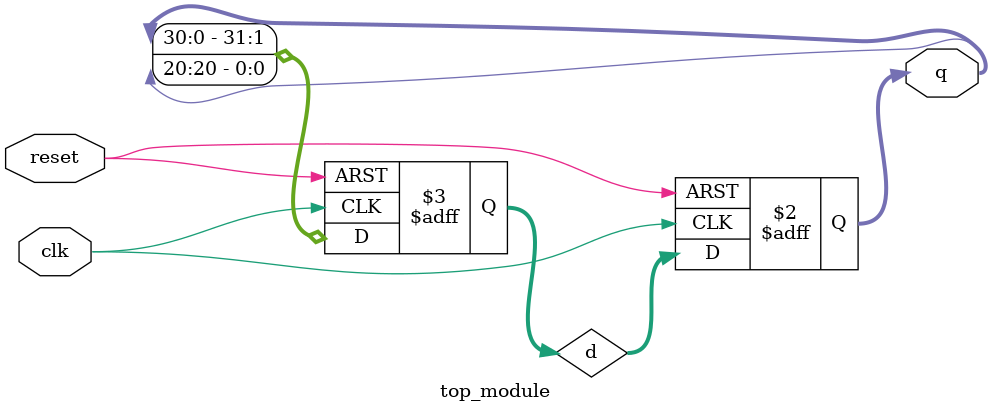
<source format=sv>
module top_module(
    input clk,
    input reset,
    output reg [31:0] q);

	reg [31:0] d;

	always @(posedge clk or posedge reset) begin
		if (reset) begin
			q <= 32'h1;
			d <= 0;
		end else begin
			d[31:0] <= {q[30:0], q[20]};
			q <= d;
		end
	end

endmodule

</source>
